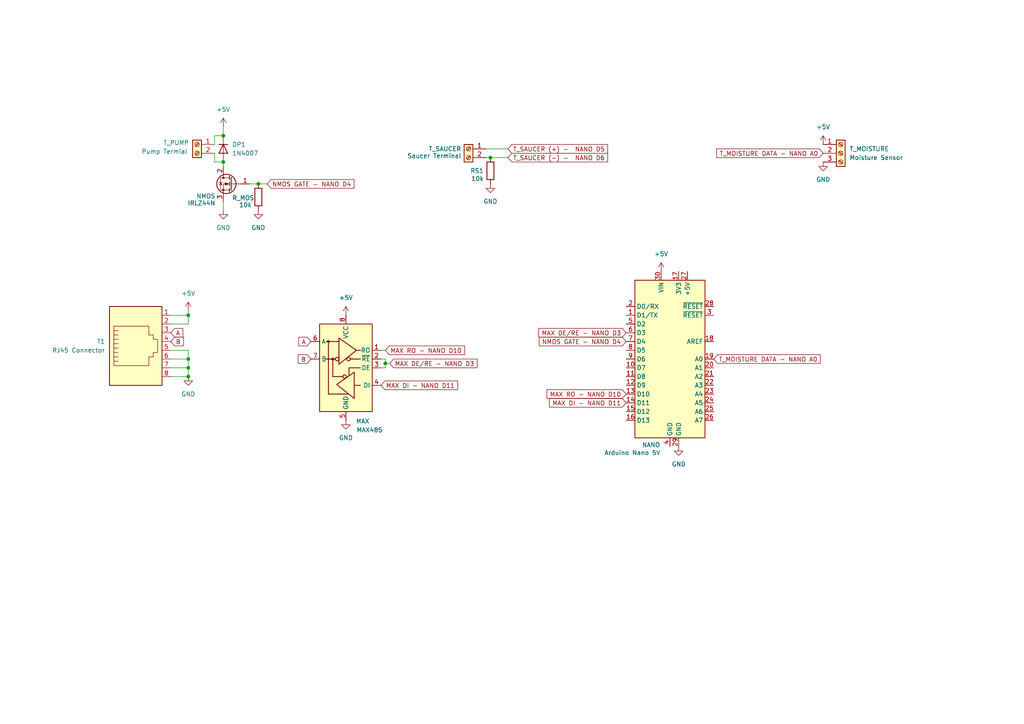
<source format=kicad_sch>
(kicad_sch (version 20231120) (generator "eeschema") (generator_version "8.0")
  (paper "A4")
  (title_block (title "Plant Unit Electrical Scheme") (date "2025-07-21"))
  (lib_symbols
    (symbol "Connector:RJ45" (pin_names (offset 1.016))
      (property "Reference" "J" (at -5.08 13.97 0))
      (property "Value" "RJ45" (at 2.54 13.97 0))
      (symbol "RJ45_0_1"
        (polyline (pts (xy -5.08 4.445) (xy -6.35 4.445)))
        (polyline (pts (xy -5.08 5.715) (xy -6.35 5.715)))
        (polyline (pts (xy -6.35 -3.175) (xy -5.08 -3.175) (xy -5.08 -3.175)))
        (polyline (pts (xy -6.35 -1.905) (xy -5.08 -1.905) (xy -5.08 -1.905)))
        (polyline (pts (xy -6.35 -0.635) (xy -5.08 -0.635) (xy -5.08 -0.635)))
        (polyline (pts (xy -6.35 0.635) (xy -5.08 0.635) (xy -5.08 0.635)))
        (polyline (pts (xy -6.35 1.905) (xy -5.08 1.905) (xy -5.08 1.905)))
        (polyline (pts (xy -5.08 3.175) (xy -6.35 3.175) (xy -6.35 3.175)))
        (polyline (pts (xy -6.35 -4.445) (xy -6.35 6.985) (xy 3.81 6.985) (xy 3.81 4.445) (xy 5.08 4.445) (xy 5.08 3.175) (xy 6.35 3.175) (xy 6.35 -0.635) (xy 5.08 -0.635) (xy 5.08 -1.905) (xy 3.81 -1.905) (xy 3.81 -4.445) (xy -6.35 -4.445) (xy -6.35 -4.445)))
        (rectangle (start 7.62 12.7) (end -7.62 -10.16) (stroke (width 0.254)) (fill (type background)))
      )
      (symbol "RJ45_1_1"
        (pin passive line (at 10.16 -7.62 180) (length 2.54) (name "~") (number "1"))
        (pin passive line (at 10.16 -5.08 180) (length 2.54) (name "~") (number "2"))
        (pin passive line (at 10.16 -2.54 180) (length 2.54) (name "~") (number "3"))
        (pin passive line (at 10.16 0 180) (length 2.54) (name "~") (number "4"))
        (pin passive line (at 10.16 2.54 180) (length 2.54) (name "~") (number "5"))
        (pin passive line (at 10.16 5.08 180) (length 2.54) (name "~") (number "6"))
        (pin passive line (at 10.16 7.62 180) (length 2.54) (name "~") (number "7"))
        (pin passive line (at 10.16 10.16 180) (length 2.54) (name "~") (number "8"))
      )
    )
    (symbol "Connector:Screw_Terminal_01x02" (pin_names (offset 1.016) hide)
      (property "Reference" "J" (at 0 2.54 0))
      (property "Value" "Screw_Terminal_01x02" (at 0 -5.08 0))
      (symbol "Screw_Terminal_01x02_1_1"
        (rectangle (start -1.27 1.27) (end 1.27 -3.81) (stroke (width 0.254)) (fill (type background)))
        (circle (center 0 -2.54) (radius 0.635) (stroke (width 0.1524)))
        (polyline (pts (xy -0.5334 -2.2098) (xy 0.3302 -3.048)) (stroke (width 0.1524)))
        (polyline (pts (xy -0.5334 0.3302) (xy 0.3302 -0.508)) (stroke (width 0.1524)))
        (polyline (pts (xy -0.3556 -2.032) (xy 0.508 -2.8702)) (stroke (width 0.1524)))
        (polyline (pts (xy -0.3556 0.508) (xy 0.508 -0.3302)) (stroke (width 0.1524)))
        (circle (center 0 0) (radius 0.635) (stroke (width 0.1524)))
        (pin passive line (at -5.08 0 0) (length 3.81) (name "Pin_1") (number "1"))
        (pin passive line (at -5.08 -2.54 0) (length 3.81) (name "Pin_2") (number "2"))
      )
    )
    (symbol "Connector:Screw_Terminal_01x03" (pin_names (offset 1.016) hide)
      (property "Reference" "J" (at 0 5.08 0))
      (property "Value" "Screw_Terminal_01x03" (at 0 -5.08 0))
      (symbol "Screw_Terminal_01x03_1_1"
        (rectangle (start -1.27 3.81) (end 1.27 -3.81) (stroke (width 0.254)) (fill (type background)))
        (circle (center 0 -2.54) (radius 0.635) (stroke (width 0.1524)))
        (polyline (pts (xy -0.5334 -2.2098) (xy 0.3302 -3.048)) (stroke (width 0.1524)))
        (polyline (pts (xy -0.5334 0.3302) (xy 0.3302 -0.508)) (stroke (width 0.1524)))
        (polyline (pts (xy -0.5334 2.8702) (xy 0.3302 2.032)) (stroke (width 0.1524)))
        (polyline (pts (xy -0.3556 -2.032) (xy 0.508 -2.8702)) (stroke (width 0.1524)))
        (polyline (pts (xy -0.3556 0.508) (xy 0.508 -0.3302)) (stroke (width 0.1524)))
        (polyline (pts (xy -0.3556 3.048) (xy 0.508 2.2098)) (stroke (width 0.1524)))
        (circle (center 0 0) (radius 0.635) (stroke (width 0.1524)))
        (circle (center 0 2.54) (radius 0.635) (stroke (width 0.1524)))
        (pin passive line (at -5.08 2.54 0) (length 3.81) (name "Pin_1") (number "1"))
        (pin passive line (at -5.08 0 0) (length 3.81) (name "Pin_2") (number "2"))
        (pin passive line (at -5.08 -2.54 0) (length 3.81) (name "Pin_3") (number "3"))
      )
    )
    (symbol "Device:R" (pin_numbers hide) (pin_names (offset 0))
      (property "Reference" "R" (at 2.032 0 90))
      (property "Value" "R" (at 0 0 90))
      (symbol "R_0_1"
        (rectangle (start -1.016 -2.54) (end 1.016 2.54) (stroke (width 0.254)))
      )
      (symbol "R_1_1"
        (pin passive line (at 0 3.81 270) (length 1.27) (name "~") (number "1"))
        (pin passive line (at 0 -3.81 90) (length 1.27) (name "~") (number "2"))
      )
    )
    (symbol "Diode:1N4007" (pin_numbers hide) (pin_names hide)
      (property "Reference" "D" (at 0 2.54 0))
      (property "Value" "1N4007" (at 0 -2.54 0))
      (symbol "1N4007_0_1"
        (polyline (pts (xy -1.27 1.27) (xy -1.27 -1.27)) (stroke (width 0.254)))
        (polyline (pts (xy 1.27 0) (xy -1.27 0)))
        (polyline (pts (xy 1.27 1.27) (xy 1.27 -1.27) (xy -1.27 0) (xy 1.27 1.27)) (stroke (width 0.254)))
      )
      (symbol "1N4007_1_1"
        (pin passive line (at -3.81 0 0) (length 2.54) (name "K") (number "1"))
        (pin passive line (at 3.81 0 180) (length 2.54) (name "A") (number "2"))
      )
    )
    (symbol "Interface_UART:MAX485E"
      (property "Reference" "U" (at -6.985 13.97 0))
      (property "Value" "MAX485E" (at 1.905 13.97 0))
      (symbol "MAX485E_0_1"
        (rectangle (start -7.62 12.7) (end 7.62 -12.7) (stroke (width 0.254)) (fill (type background)))
        (polyline (pts (xy -4.191 2.54) (xy -1.27 2.54)) (stroke (width 0.254)))
        (polyline (pts (xy -2.54 -5.08) (xy -4.191 -5.08)) (stroke (width 0.254)))
        (polyline (pts (xy -0.635 -7.62) (xy 5.08 -7.62)) (stroke (width 0.254)))
        (polyline (pts (xy 0.889 -2.54) (xy 3.81 -2.54)) (stroke (width 0.254)))
        (polyline (pts (xy 2.032 7.62) (xy 5.715 7.62)) (stroke (width 0.254)))
        (polyline (pts (xy 3.048 2.54) (xy 5.715 2.54)) (stroke (width 0.254)))
        (polyline (pts (xy 3.81 -2.54) (xy 3.81 2.54)) (stroke (width 0.254)))
        (polyline (pts (xy 5.08 -7.62) (xy 5.08 7.62)) (stroke (width 0.254)))
        (polyline (pts (xy -4.191 0) (xy -0.889 0) (xy -0.889 -2.286)) (stroke (width 0.254)))
        (polyline (pts (xy -3.175 5.08) (xy -4.191 5.08) (xy -4.064 5.08)) (stroke (width 0.254)))
        (polyline (pts (xy -2.413 -5.08) (xy -2.413 -1.27) (xy 2.667 -4.826) (xy -2.413 -8.89) (xy -2.413 -5.08)) (stroke (width 0.254)))
        (circle (center 0.381 -2.54) (radius 0.508) (stroke (width 0.254)))
        (circle (center 3.81 2.54) (radius 0.2794) (stroke (width 0.254)) (fill (type outline)))
      )
      (symbol "MAX485E_1_1"
        (circle (center -0.762 2.54) (radius 0.508) (stroke (width 0.254)))
        (polyline (pts (xy 2.032 4.826) (xy 2.032 8.636) (xy -3.048 5.08) (xy 2.032 1.016) (xy 2.032 4.826)) (stroke (width 0.254)))
        (circle (center 2.54 2.54) (radius 0.508) (stroke (width 0.254)))
        (circle (center 5.08 7.62) (radius 0.2794) (stroke (width 0.254)) (fill (type outline)))
        (pin output line (at -10.16 5.08 0) (length 2.54) (name "RO") (number "1"))
        (pin input line (at -10.16 2.54 0) (length 2.54) (name "~{RE}") (number "2"))
        (pin input line (at -10.16 0 0) (length 2.54) (name "DE") (number "3"))
        (pin input line (at -10.16 -5.08 0) (length 2.54) (name "DI") (number "4"))
        (pin power_in line (at 0 -15.24 90) (length 2.54) (name "GND") (number "5"))
        (pin bidirectional line (at 10.16 7.62 180) (length 2.54) (name "A") (number "6"))
        (pin bidirectional line (at 10.16 2.54 180) (length 2.54) (name "B") (number "7"))
        (pin power_in line (at 0 15.24 270) (length 2.54) (name "VCC") (number "8"))
      )
    )
    (symbol "MCU_Module:Arduino_Nano_v2.x"
      (property "Reference" "A" (at -10.16 23.495 0))
      (property "Value" "Arduino_Nano_v2.x" (at 5.08 -24.13 0))
      (symbol "Arduino_Nano_v2.x_0_1"
        (rectangle (start -10.16 22.86) (end 10.16 -22.86) (stroke (width 0.254)) (fill (type background)))
      )
      (symbol "Arduino_Nano_v2.x_1_1"
        (pin bidirectional line (at -12.7 12.7 0) (length 2.54) (name "D1/TX") (number "1"))
        (pin bidirectional line (at -12.7 -2.54 0) (length 2.54) (name "D7") (number "10"))
        (pin bidirectional line (at -12.7 -5.08 0) (length 2.54) (name "D8") (number "11"))
        (pin bidirectional line (at -12.7 -7.62 0) (length 2.54) (name "D9") (number "12"))
        (pin bidirectional line (at -12.7 -10.16 0) (length 2.54) (name "D10") (number "13"))
        (pin bidirectional line (at -12.7 -12.7 0) (length 2.54) (name "D11") (number "14"))
        (pin bidirectional line (at -12.7 -15.24 0) (length 2.54) (name "D12") (number "15"))
        (pin bidirectional line (at -12.7 -17.78 0) (length 2.54) (name "D13") (number "16"))
        (pin power_out line (at 2.54 25.4 270) (length 2.54) (name "3V3") (number "17"))
        (pin input line (at 12.7 5.08 180) (length 2.54) (name "AREF") (number "18"))
        (pin bidirectional line (at 12.7 0 180) (length 2.54) (name "A0") (number "19"))
        (pin bidirectional line (at -12.7 15.24 0) (length 2.54) (name "D0/RX") (number "2"))
        (pin bidirectional line (at 12.7 -2.54 180) (length 2.54) (name "A1") (number "20"))
        (pin bidirectional line (at 12.7 -5.08 180) (length 2.54) (name "A2") (number "21"))
        (pin bidirectional line (at 12.7 -7.62 180) (length 2.54) (name "A3") (number "22"))
        (pin bidirectional line (at 12.7 -10.16 180) (length 2.54) (name "A4") (number "23"))
        (pin bidirectional line (at 12.7 -12.7 180) (length 2.54) (name "A5") (number "24"))
        (pin bidirectional line (at 12.7 -15.24 180) (length 2.54) (name "A6") (number "25"))
        (pin bidirectional line (at 12.7 -17.78 180) (length 2.54) (name "A7") (number "26"))
        (pin power_out line (at 5.08 25.4 270) (length 2.54) (name "+5V") (number "27"))
        (pin input line (at 12.7 15.24 180) (length 2.54) (name "~{RESET}") (number "28"))
        (pin power_in line (at 2.54 -25.4 90) (length 2.54) (name "GND") (number "29"))
        (pin input line (at 12.7 12.7 180) (length 2.54) (name "~{RESET}") (number "3"))
        (pin power_in line (at -2.54 25.4 270) (length 2.54) (name "VIN") (number "30"))
        (pin power_in line (at 0 -25.4 90) (length 2.54) (name "GND") (number "4"))
        (pin bidirectional line (at -12.7 10.16 0) (length 2.54) (name "D2") (number "5"))
        (pin bidirectional line (at -12.7 7.62 0) (length 2.54) (name "D3") (number "6"))
        (pin bidirectional line (at -12.7 5.08 0) (length 2.54) (name "D4") (number "7"))
        (pin bidirectional line (at -12.7 2.54 0) (length 2.54) (name "D5") (number "8"))
        (pin bidirectional line (at -12.7 0 0) (length 2.54) (name "D6") (number "9"))
      )
    )
    (symbol "Transistor_FET:IRLZ44N" (pin_names hide)
      (property "Reference" "Q" (at 5.08 1.905 0))
      (property "Value" "IRLZ44N" (at 5.08 0 0))
      (symbol "IRLZ44N_0_1"
        (polyline (pts (xy 0.254 0) (xy -2.54 0)))
        (polyline (pts (xy 0.254 1.905) (xy 0.254 -1.905)) (stroke (width 0.254)))
        (polyline (pts (xy 0.762 -1.27) (xy 0.762 -2.286)) (stroke (width 0.254)))
        (polyline (pts (xy 0.762 0.508) (xy 0.762 -0.508)) (stroke (width 0.254)))
        (polyline (pts (xy 0.762 2.286) (xy 0.762 1.27)) (stroke (width 0.254)))
        (polyline (pts (xy 2.54 2.54) (xy 2.54 1.778)))
        (polyline (pts (xy 2.54 -2.54) (xy 2.54 0) (xy 0.762 0)))
        (polyline (pts (xy 0.762 -1.778) (xy 3.302 -1.778) (xy 3.302 1.778) (xy 0.762 1.778)))
        (polyline (pts (xy 1.016 0) (xy 2.032 0.381) (xy 2.032 -0.381) (xy 1.016 0)) (fill (type outline)))
        (polyline (pts (xy 2.794 0.508) (xy 2.921 0.381) (xy 3.683 0.381) (xy 3.81 0.254)))
        (polyline (pts (xy 3.302 0.381) (xy 2.921 -0.254) (xy 3.683 -0.254) (xy 3.302 0.381)))
        (circle (center 1.651 0) (radius 2.794) (stroke (width 0.254)))
        (circle (center 2.54 -1.778) (radius 0.254) (fill (type outline)))
        (circle (center 2.54 1.778) (radius 0.254) (fill (type outline)))
      )
      (symbol "IRLZ44N_1_1"
        (pin input line (at -5.08 0 0) (length 2.54) (name "G") (number "1"))
        (pin passive line (at 2.54 5.08 270) (length 2.54) (name "D") (number "2"))
        (pin passive line (at 2.54 -5.08 90) (length 2.54) (name "S") (number "3"))
      )
    )
    (symbol "power:+5V" (power) (pin_numbers hide) (pin_names (offset 0) hide)
      (property "Value" "+5V" (at 0 3.556 0))
      (symbol "+5V_0_1"
        (polyline (pts (xy -0.762 1.27) (xy 0 2.54)))
        (polyline (pts (xy 0 0) (xy 0 2.54)))
        (polyline (pts (xy 0 2.54) (xy 0.762 1.27)))
      )
      (symbol "+5V_1_1"
        (pin power_in line (at 0 0 90) (length 0) (name "~") (number "1"))
      )
    )
    (symbol "power:GND" (power) (pin_numbers hide) (pin_names (offset 0) hide)
      (property "Value" "GND" (at 0 -3.81 0))
      (symbol "GND_0_1"
        (polyline (pts (xy 0 0) (xy 0 -1.27) (xy 1.27 -1.27) (xy 0 -2.54) (xy -1.27 -1.27) (xy 0 -1.27)))
      )
      (symbol "GND_1_1"
        (pin power_in line (at 0 0 270) (length 0) (name "~") (number "1"))
      )
    )
  )
  (junction (at 54.61 104.14))
  (junction (at 64.77 46.99))
  (junction (at 54.61 109.22))
  (junction (at 74.93 53.34))
  (junction (at 54.61 106.68))
  (junction (at 54.61 91.44))
  (junction (at 111.76 105.41))
  (junction (at 142.24 45.72))
  (junction (at 64.77 39.37))
  (wire (pts (xy 142.24 45.72) (xy 140.97 45.72)))
  (wire (pts (xy 111.76 101.6) (xy 110.49 101.6)))
  (wire (pts (xy 72.39 53.34) (xy 74.93 53.34)))
  (wire (pts (xy 77.47 53.34) (xy 74.93 53.34)))
  (wire (pts (xy 64.77 46.99) (xy 64.77 48.26)))
  (wire (pts (xy 113.03 105.41) (xy 111.76 105.41)))
  (wire (pts (xy 49.53 106.68) (xy 54.61 106.68)))
  (wire (pts (xy 142.24 45.72) (xy 147.32 45.72)))
  (wire (pts (xy 147.32 43.18) (xy 140.97 43.18)))
  (wire (pts (xy 49.53 91.44) (xy 54.61 91.44)))
  (wire (pts (xy 54.61 93.98) (xy 49.53 93.98)))
  (wire (pts (xy 49.53 101.6) (xy 54.61 101.6)))
  (wire (pts (xy 64.77 36.83) (xy 64.77 39.37)))
  (wire (pts (xy 54.61 101.6) (xy 54.61 104.14)))
  (wire (pts (xy 54.61 90.17) (xy 54.61 91.44)))
  (wire (pts (xy 49.53 109.22) (xy 54.61 109.22)))
  (wire (pts (xy 111.76 104.14) (xy 111.76 105.41)))
  (wire (pts (xy 64.77 60.96) (xy 64.77 58.42)))
  (wire (pts (xy 54.61 91.44) (xy 54.61 93.98)))
  (wire (pts (xy 62.23 46.99) (xy 64.77 46.99)))
  (wire (pts (xy 62.23 44.45) (xy 62.23 46.99)))
  (wire (pts (xy 110.49 104.14) (xy 111.76 104.14)))
  (wire (pts (xy 49.53 104.14) (xy 54.61 104.14)))
  (wire (pts (xy 110.49 106.68) (xy 111.76 106.68)))
  (wire (pts (xy 54.61 106.68) (xy 54.61 109.22)))
  (wire (pts (xy 54.61 104.14) (xy 54.61 106.68)))
  (wire (pts (xy 111.76 105.41) (xy 111.76 106.68)))
  (wire (pts (xy 64.77 39.37) (xy 62.23 39.37)))
  (wire (pts (xy 62.23 39.37) (xy 62.23 41.91)))
  (global_label "MAX DI - NANO D11" (shape input) (at 110.49 111.76 0) (property "Intersheetrefs" "${INTERSHEET_REFS}" (effects (hide yes))))
  (global_label "MAX DI - NANO D11" (shape input) (at 181.61 116.84 180) (property "Intersheetrefs" "${INTERSHEET_REFS}" (effects (hide yes))))
  (global_label "T_MOISTURE DATA - NANO A0" (shape input) (at 238.76 44.45 180) (property "Intersheetrefs" "${INTERSHEET_REFS}" (effects (hide yes))))
  (global_label "NMOS GATE - NANO D4" (shape input) (at 181.61 99.06 180) (property "Intersheetrefs" "${INTERSHEET_REFS}" (effects (hide yes))))
  (global_label "T_SAUCER (+) -  NANO D5" (shape input) (at 147.32 43.18 0) (property "Intersheetrefs" "${INTERSHEET_REFS}" (effects (hide yes))))
  (global_label "NMOS GATE - NANO D4" (shape input) (at 77.47 53.34 0) (property "Intersheetrefs" "${INTERSHEET_REFS}" (effects (hide yes))))
  (global_label "MAX RO - NANO D10" (shape input) (at 111.76 101.6 0) (property "Intersheetrefs" "${INTERSHEET_REFS}" (effects (hide yes))))
  (global_label "T_MOISTURE DATA - NANO A0" (shape input) (at 207.01 104.14 0) (property "Intersheetrefs" "${INTERSHEET_REFS}" (effects (hide yes))))
  (global_label "MAX DE{slash}RE - NANO D3" (shape input) (at 181.61 96.52 180) (property "Intersheetrefs" "${INTERSHEET_REFS}" (effects (hide yes))))
  (global_label "B" (shape input) (at 90.17 104.14 180) (property "Intersheetrefs" "${INTERSHEET_REFS}" (effects (hide yes))))
  (global_label "A" (shape input) (at 49.53 96.52 0) (property "Intersheetrefs" "${INTERSHEET_REFS}" (effects (hide yes))))
  (global_label "A" (shape input) (at 90.17 99.06 180) (property "Intersheetrefs" "${INTERSHEET_REFS}" (effects (hide yes))))
  (global_label "B" (shape input) (at 49.53 99.06 0) (property "Intersheetrefs" "${INTERSHEET_REFS}" (effects (hide yes))))
  (global_label "MAX RO - NANO D10" (shape input) (at 181.61 114.3 180) (property "Intersheetrefs" "${INTERSHEET_REFS}" (effects (hide yes))))
  (global_label "T_SAUCER (-) -  NANO D6" (shape input) (at 147.32 45.72 0) (property "Intersheetrefs" "${INTERSHEET_REFS}" (effects (hide yes))))
  (global_label "MAX DE{slash}RE - NANO D3" (shape input) (at 113.03 105.41 0) (property "Intersheetrefs" "${INTERSHEET_REFS}" (effects (hide yes))))
  (symbol (lib_id "Device:R") (at 74.93 57.15 0) (unit 1)
    (property "Reference" "R_MOS" (at 67.31 57.404 0) (effects (justify left)))
    (property "Value" "10k" (at 69.342 59.436 0) (effects (justify left)))
    (property "Footprint" "Resistor_THT:R_Axial_DIN0207_L6.3mm_D2.5mm_P10.16mm_Horizontal" (effects (hide yes)))
    (property "Description" "Resistor" (effects (hide yes)))
  )
  (symbol (lib_id "power:GND") (at 196.85 129.54 0) (unit 1)
    (property "Reference" "#PWR02" (effects (hide yes)))
    (property "Value" "GND" (at 196.85 134.62 0))
    (property "Description" "Power symbol creates a global label with name \"GND\" , ground" (effects (hide yes)))
  )
  (symbol (lib_id "power:+5V") (at 54.61 90.17 0) (unit 1)
    (property "Reference" "#PWR07" (effects (hide yes)))
    (property "Value" "+5V" (at 54.61 85.09 0))
    (property "Description" "Power symbol creates a global label with name \"+5V\"" (effects (hide yes)))
  )
  (symbol (lib_id "power:GND") (at 100.33 121.92 0) (unit 1)
    (property "Reference" "#PWR012" (effects (hide yes)))
    (property "Value" "GND" (at 100.33 127 0))
    (property "Description" "Power symbol creates a global label with name \"GND\" , ground" (effects (hide yes)))
  )
  (symbol (lib_id "Diode:1N4007") (at 64.77 43.18 270) (unit 1)
    (property "Reference" "DP1" (at 67.31 41.9099 90) (effects (justify left)))
    (property "Value" "1N4007" (at 67.31 44.4499 90) (effects (justify left)))
    (property "Footprint" "Diode_THT:D_DO-41_SOD81_P10.16mm_Horizontal" (effects (hide yes)))
    (property "Datasheet" "http://www.vishay.com/docs/88503/1n4001.pdf" (effects (hide yes)))
    (property "Description" "1000V 1A General Purpose Rectifier Diode, DO-41" (effects (hide yes)))
    (property "Sim.Device" "D" (effects (hide yes)))
    (property "Sim.Pins" "1=K 2=A" (effects (hide yes)))
  )
  (symbol (lib_id "Connector:Screw_Terminal_01x02") (at 57.15 41.91 0) (mirror y) (unit 1)
    (property "Reference" "T_PUMP" (at 51.054 41.402 0))
    (property "Value" "Pump Termial" (at 47.752 43.942 0))
    (property "Footprint" "TerminalBlock:TerminalBlock_bornier-2_P5.08mm" (effects (hide yes)))
    (property "Description" "Generic screw terminal, single row, 01x02, script generated (kicad-library-utils/schlib/autogen/connector/)" (effects (hide yes)))
  )
  (symbol (lib_id "Connector:RJ45") (at 39.37 99.06 0) (mirror x) (unit 1)
    (property "Reference" "T1" (at 30.48 99.0599 0) (effects (justify right)))
    (property "Value" "RJ45 Connector" (at 30.48 101.5999 0) (effects (justify right)))
    (property "Footprint" "Connector_RJ:RJ45_OST_PJ012-8P8CX_Vertical" (effects (hide yes)))
    (property "Description" "RJ connector, 8P8C (8 positions 8 connected)" (effects (hide yes)))
  )
  (symbol (lib_id "MCU_Module:Arduino_Nano_v2.x") (at 194.31 104.14 0) (unit 1)
    (property "Reference" "NANO" (at 186.182 129.032 0) (effects (justify left)))
    (property "Value" "Arduino Nano 5V" (at 175.26 131.318 0) (effects (justify left)))
    (property "Footprint" "Module:Arduino_Nano" (effects (hide yes)))
    (property "Datasheet" "https://www.arduino.cc/en/uploads/Main/ArduinoNanoManual23.pdf" (effects (hide yes)))
    (property "Description" "Arduino Nano v2.x" (effects (hide yes)))
  )
  (symbol (lib_id "power:GND") (at 142.24 53.34 0) (unit 1)
    (property "Reference" "#PWR05" (effects (hide yes)))
    (property "Value" "GND" (at 142.24 58.42 0))
    (property "Description" "Power symbol creates a global label with name \"GND\" , ground" (effects (hide yes)))
  )
  (symbol (lib_id "Connector:Screw_Terminal_01x03") (at 243.84 44.45 0) (unit 1)
    (property "Reference" "T_MOISTURE" (at 246.38 43.1799 0) (effects (justify left)))
    (property "Value" "Moisture Sensor" (at 246.38 45.7199 0) (effects (justify left)))
    (property "Footprint" "TerminalBlock:TerminalBlock_bornier-3_P5.08mm" (effects (hide yes)))
    (property "Description" "Generic screw terminal, single row, 01x03, script generated (kicad-library-utils/schlib/autogen/connector/)" (effects (hide yes)))
  )
  (symbol (lib_id "power:GND") (at 54.61 109.22 0) (unit 1)
    (property "Reference" "#PWR06" (effects (hide yes)))
    (property "Value" "GND" (at 54.61 114.3 0))
    (property "Description" "Power symbol creates a global label with name \"GND\" , ground" (effects (hide yes)))
  )
  (symbol (lib_id "power:GND") (at 64.77 60.96 0) (unit 1)
    (property "Reference" "#PWR04" (effects (hide yes)))
    (property "Value" "GND" (at 64.77 66.04 0))
    (property "Description" "Power symbol creates a global label with name \"GND\" , ground" (effects (hide yes)))
  )
  (symbol (lib_id "Connector:Screw_Terminal_01x02") (at 135.89 43.18 0) (mirror y) (unit 1)
    (property "Reference" "T_SAUCER" (at 129.032 43.18 0))
    (property "Value" "Saucer Terminal" (at 125.984 45.212 0))
    (property "Footprint" "TerminalBlock:TerminalBlock_bornier-2_P5.08mm" (effects (hide yes)))
    (property "Description" "Generic screw terminal, single row, 01x02, script generated (kicad-library-utils/schlib/autogen/connector/)" (effects (hide yes)))
  )
  (symbol (lib_id "power:GND") (at 238.76 46.99 0) (unit 1)
    (property "Reference" "#PWR011" (effects (hide yes)))
    (property "Value" "GND" (at 238.76 52.07 0))
    (property "Description" "Power symbol creates a global label with name \"GND\" , ground" (effects (hide yes)))
  )
  (symbol (lib_id "power:+5V") (at 238.76 41.91 0) (unit 1)
    (property "Reference" "#PWR010" (effects (hide yes)))
    (property "Value" "+5V" (at 238.76 36.83 0))
    (property "Description" "Power symbol creates a global label with name \"+5V\"" (effects (hide yes)))
  )
  (symbol (lib_id "Transistor_FET:IRLZ44N") (at 67.31 53.34 0) (mirror y) (unit 1)
    (property "Reference" "NMOS" (at 62.484 56.896 0) (effects (justify left)))
    (property "Value" "IRLZ44N" (at 62.484 58.928 0) (effects (justify left)))
    (property "Footprint" "Package_TO_SOT_THT:TO-220-3_Vertical" (effects (hide yes)))
    (property "Datasheet" "http://www.irf.com/product-info/datasheets/data/irlz44n.pdf" (effects (hide yes)))
    (property "Description" "47A Id, 55V Vds, 22mOhm Rds Single N-Channel HEXFET Power MOSFET, TO-220AB" (effects (hide yes)))
  )
  (symbol (lib_id "power:+5V") (at 191.77 78.74 0) (unit 1)
    (property "Reference" "#PWR09" (effects (hide yes)))
    (property "Value" "+5V" (at 191.77 73.66 0))
    (property "Description" "Power symbol creates a global label with name \"+5V\"" (effects (hide yes)))
  )
  (symbol (lib_id "power:+5V") (at 64.77 36.83 0) (unit 1)
    (property "Reference" "#PWR01" (effects (hide yes)))
    (property "Value" "+5V" (at 64.77 31.75 0))
    (property "Description" "Power symbol creates a global label with name \"+5V\"" (effects (hide yes)))
  )
  (symbol (lib_id "power:GND") (at 74.93 60.96 0) (unit 1)
    (property "Reference" "#PWR03" (effects (hide yes)))
    (property "Value" "GND" (at 74.93 66.04 0))
    (property "Description" "Power symbol creates a global label with name \"GND\" , ground" (effects (hide yes)))
  )
  (symbol (lib_id "Device:R") (at 142.24 49.53 0) (unit 1)
    (property "Reference" "RS1" (at 136.398 49.53 0) (effects (justify left)))
    (property "Value" "10k" (at 136.652 51.816 0) (effects (justify left)))
    (property "Footprint" "Resistor_THT:R_Axial_DIN0207_L6.3mm_D2.5mm_P10.16mm_Horizontal" (effects (hide yes)))
    (property "Description" "Resistor" (effects (hide yes)))
  )
  (symbol (lib_id "power:+5V") (at 100.33 91.44 0) (unit 1)
    (property "Reference" "#PWR08" (effects (hide yes)))
    (property "Value" "+5V" (at 100.33 86.36 0))
    (property "Description" "Power symbol creates a global label with name \"+5V\"" (effects (hide yes)))
  )
  (symbol (lib_id "Interface_UART:MAX485E") (at 100.33 106.68 0) (mirror y) (unit 1)
    (property "Reference" "MAX" (at 107.188 122.174 0) (effects (justify left)))
    (property "Value" "MAX485" (at 110.998 124.714 0) (effects (justify left)))
    (property "Footprint" "Package_SO:SOIC-8_3.9x4.9mm_P1.27mm" (effects (hide yes)))
    (property "Datasheet" "https://datasheets.maximintegrated.com/en/ds/MAX1487E-MAX491E.pdf" (effects (hide yes)))
    (property "Description" "Half duplex RS-485/RS-422, 2.5 Mbps, ±15kV electro-static discharge (ESD) protection, no slew-rate, no low-power shutdown, with receiver/driver enable, 32 receiver drive capability, DIP-8 and SOIC-8" (effects (hide yes)))
  )
)
</source>
